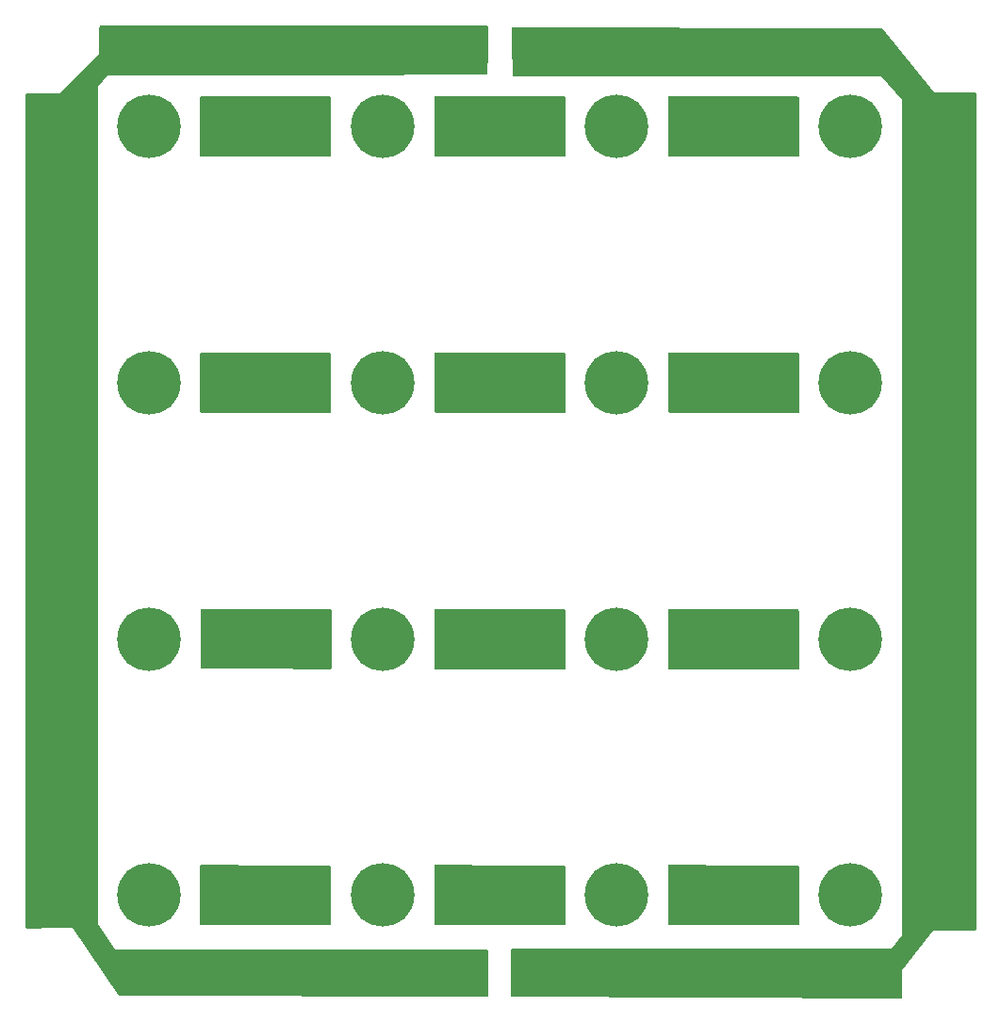
<source format=gbr>
%TF.GenerationSoftware,KiCad,Pcbnew,(6.0.2)*%
%TF.CreationDate,2022-02-24T13:51:07+07:00*%
%TF.ProjectId,LED_9x9,4c45445f-3978-4392-9e6b-696361645f70,rev?*%
%TF.SameCoordinates,Original*%
%TF.FileFunction,Copper,L1,Top*%
%TF.FilePolarity,Positive*%
%FSLAX46Y46*%
G04 Gerber Fmt 4.6, Leading zero omitted, Abs format (unit mm)*
G04 Created by KiCad (PCBNEW (6.0.2)) date 2022-02-24 13:51:07*
%MOMM*%
%LPD*%
G01*
G04 APERTURE LIST*
%TA.AperFunction,SMDPad,CuDef*%
%ADD10R,3.500000X2.700000*%
%TD*%
%TA.AperFunction,SMDPad,CuDef*%
%ADD11C,5.700000*%
%TD*%
%TA.AperFunction,SMDPad,CuDef*%
%ADD12R,3.000000X3.000000*%
%TD*%
%TA.AperFunction,Conductor*%
%ADD13C,0.250000*%
%TD*%
G04 APERTURE END LIST*
D10*
%TO.P,D14,1*%
%TO.N,-*%
X122855100Y-51037800D03*
%TO.P,D14,2*%
%TO.N,Net-(D10-Pad1)*%
X110155100Y-53737800D03*
D11*
%TO.P,D14,3*%
%TO.N,N/C*%
X116505100Y-52387800D03*
%TD*%
D10*
%TO.P,D12,1*%
%TO.N,Net-(D12-Pad1)*%
X101855100Y-97037800D03*
%TO.P,D12,2*%
%TO.N,Net-(D12-Pad2)*%
X89155100Y-99737800D03*
D11*
%TO.P,D12,3*%
%TO.N,N/C*%
X95505100Y-98387800D03*
%TD*%
D10*
%TO.P,D11,1*%
%TO.N,Net-(D11-Pad1)*%
X101855100Y-74037800D03*
%TO.P,D11,2*%
%TO.N,Net-(D11-Pad2)*%
X89155100Y-76737800D03*
D11*
%TO.P,D11,3*%
%TO.N,N/C*%
X95505100Y-75387800D03*
%TD*%
D12*
%TO.P,J2,1*%
%TO.N,-*%
X87505100Y-105887800D03*
%TO.P,J2,2*%
%TO.N,+*%
X82505100Y-105887800D03*
%TD*%
D10*
%TO.P,D16,1*%
%TO.N,-*%
X122855100Y-97037800D03*
%TO.P,D16,2*%
%TO.N,Net-(D12-Pad1)*%
X110155100Y-99737800D03*
D11*
%TO.P,D16,3*%
%TO.N,N/C*%
X116505100Y-98387800D03*
%TD*%
D12*
%TO.P,J1,1*%
%TO.N,-*%
X87505100Y-21887800D03*
%TO.P,J1,2*%
%TO.N,+*%
X82505100Y-21887800D03*
%TD*%
D10*
%TO.P,D15,1*%
%TO.N,-*%
X122855100Y-74037800D03*
%TO.P,D15,2*%
%TO.N,Net-(D11-Pad1)*%
X110155100Y-76737800D03*
D11*
%TO.P,D15,3*%
%TO.N,N/C*%
X116505100Y-75387800D03*
%TD*%
D10*
%TO.P,D13,1*%
%TO.N,-*%
X122855100Y-28037800D03*
%TO.P,D13,2*%
%TO.N,Net-(D13-Pad2)*%
X110155100Y-30737800D03*
D11*
%TO.P,D13,3*%
%TO.N,N/C*%
X116505100Y-29387800D03*
%TD*%
D10*
%TO.P,D10,1*%
%TO.N,Net-(D10-Pad1)*%
X101855100Y-51037800D03*
%TO.P,D10,2*%
%TO.N,Net-(D10-Pad2)*%
X89155100Y-53737800D03*
D11*
%TO.P,D10,3*%
%TO.N,N/C*%
X95505100Y-52387800D03*
%TD*%
D10*
%TO.P,D7,1*%
%TO.N,Net-(D11-Pad2)*%
X80855100Y-74037800D03*
%TO.P,D7,2*%
%TO.N,Net-(D3-Pad1)*%
X68155100Y-76737800D03*
D11*
%TO.P,D7,3*%
%TO.N,N/C*%
X74505100Y-75387800D03*
%TD*%
D10*
%TO.P,D1,1*%
%TO.N,Net-(D1-Pad1)*%
X59855100Y-28037800D03*
%TO.P,D1,2*%
%TO.N,+*%
X47155100Y-30737800D03*
D11*
%TO.P,D1,3*%
%TO.N,N/C*%
X53505100Y-29387800D03*
%TD*%
D10*
%TO.P,D9,1*%
%TO.N,Net-(D13-Pad2)*%
X101855100Y-28037800D03*
%TO.P,D9,2*%
%TO.N,Net-(D5-Pad1)*%
X89155100Y-30737800D03*
D11*
%TO.P,D9,3*%
%TO.N,N/C*%
X95505100Y-29387800D03*
%TD*%
D10*
%TO.P,D6,1*%
%TO.N,Net-(D10-Pad2)*%
X80855100Y-51037800D03*
%TO.P,D6,2*%
%TO.N,Net-(D2-Pad1)*%
X68155100Y-53737800D03*
D11*
%TO.P,D6,3*%
%TO.N,N/C*%
X74505100Y-52387800D03*
%TD*%
D10*
%TO.P,D5,1*%
%TO.N,Net-(D5-Pad1)*%
X80855100Y-28037800D03*
%TO.P,D5,2*%
%TO.N,Net-(D1-Pad1)*%
X68155100Y-30737800D03*
D11*
%TO.P,D5,3*%
%TO.N,N/C*%
X74505100Y-29387800D03*
%TD*%
D10*
%TO.P,D4,1*%
%TO.N,Net-(D4-Pad1)*%
X59855100Y-97037800D03*
%TO.P,D4,2*%
%TO.N,+*%
X47155100Y-99737800D03*
D11*
%TO.P,D4,3*%
%TO.N,N/C*%
X53505100Y-98387800D03*
%TD*%
D10*
%TO.P,D2,1*%
%TO.N,Net-(D2-Pad1)*%
X59855100Y-51037800D03*
%TO.P,D2,2*%
%TO.N,+*%
X47155100Y-53737800D03*
D11*
%TO.P,D2,3*%
%TO.N,N/C*%
X53505100Y-52387800D03*
%TD*%
D10*
%TO.P,D8,1*%
%TO.N,Net-(D12-Pad2)*%
X80855100Y-97037800D03*
%TO.P,D8,2*%
%TO.N,Net-(D4-Pad1)*%
X68155100Y-99737800D03*
D11*
%TO.P,D8,3*%
%TO.N,N/C*%
X74505100Y-98387800D03*
%TD*%
D10*
%TO.P,D3,1*%
%TO.N,Net-(D3-Pad1)*%
X59855100Y-74037800D03*
%TO.P,D3,2*%
%TO.N,+*%
X47155100Y-76737800D03*
D11*
%TO.P,D3,3*%
%TO.N,N/C*%
X53505100Y-75387800D03*
%TD*%
D13*
%TO.N,Net-(D1-Pad1)*%
X59855100Y-28037800D02*
X65455100Y-28037800D01*
X65455100Y-28037800D02*
X68155100Y-30737800D01*
%TD*%
%TA.AperFunction,Conductor*%
%TO.N,Net-(D5-Pad1)*%
G36*
X90849314Y-26690002D02*
G01*
X90895807Y-26743658D01*
X90907192Y-26795404D01*
X90931403Y-31928206D01*
X90911722Y-31996420D01*
X90858286Y-32043165D01*
X90805404Y-32054800D01*
X79272400Y-32054800D01*
X79204279Y-32034798D01*
X79157786Y-31981142D01*
X79146400Y-31928800D01*
X79146400Y-26796000D01*
X79166402Y-26727879D01*
X79220058Y-26681386D01*
X79272400Y-26670000D01*
X90781193Y-26670000D01*
X90849314Y-26690002D01*
G37*
%TD.AperFunction*%
%TD*%
%TA.AperFunction,Conductor*%
%TO.N,Net-(D12-Pad2)*%
G36*
X90831572Y-95725129D02*
G01*
X90878065Y-95778785D01*
X90889450Y-95830531D01*
X90913661Y-100963333D01*
X90893980Y-101031547D01*
X90840544Y-101078292D01*
X90787662Y-101089927D01*
X79254658Y-101089927D01*
X79186537Y-101069925D01*
X79140044Y-101016269D01*
X79128658Y-100963927D01*
X79128658Y-95831127D01*
X79148660Y-95763006D01*
X79202316Y-95716513D01*
X79254658Y-95705127D01*
X90763451Y-95705127D01*
X90831572Y-95725129D01*
G37*
%TD.AperFunction*%
%TD*%
%TA.AperFunction,Conductor*%
%TO.N,Net-(D3-Pad1)*%
G36*
X69818114Y-72714802D02*
G01*
X69864607Y-72768458D01*
X69875992Y-72820204D01*
X69900203Y-77953006D01*
X69880522Y-78021220D01*
X69827086Y-78067965D01*
X69774204Y-78079600D01*
X58241200Y-78079600D01*
X58173079Y-78059598D01*
X58126586Y-78005942D01*
X58115200Y-77953600D01*
X58115200Y-72820800D01*
X58135202Y-72752679D01*
X58188858Y-72706186D01*
X58241200Y-72694800D01*
X69749993Y-72694800D01*
X69818114Y-72714802D01*
G37*
%TD.AperFunction*%
%TD*%
%TA.AperFunction,Conductor*%
%TO.N,-*%
G36*
X116339575Y-20520612D02*
G01*
X119279287Y-20522861D01*
X119347393Y-20542915D01*
X119377257Y-20569747D01*
X124000000Y-26300000D01*
X127673954Y-26300000D01*
X127742075Y-26320002D01*
X127788568Y-26373658D01*
X127799954Y-26426044D01*
X127785593Y-65394892D01*
X127772316Y-101422953D01*
X127752289Y-101491067D01*
X127698616Y-101537540D01*
X127646316Y-101548907D01*
X123900000Y-101548907D01*
X123893470Y-101557252D01*
X123893469Y-101557253D01*
X122608038Y-103200000D01*
X121117470Y-105104907D01*
X121117470Y-107518386D01*
X121097468Y-107586507D01*
X121043812Y-107633000D01*
X120990950Y-107644385D01*
X86125479Y-107500518D01*
X86057442Y-107480235D01*
X86011171Y-107426388D01*
X86000000Y-107374519D01*
X86000000Y-103326000D01*
X86020002Y-103257879D01*
X86073658Y-103211386D01*
X86126000Y-103200000D01*
X120200000Y-103200000D01*
X121100000Y-102000000D01*
X121100000Y-27000000D01*
X119300000Y-24900000D01*
X86267670Y-24900000D01*
X86199549Y-24879998D01*
X86153056Y-24826342D01*
X86141670Y-24774000D01*
X86141670Y-20623603D01*
X86161672Y-20555482D01*
X86215328Y-20508989D01*
X86267764Y-20497603D01*
X116339575Y-20520612D01*
G37*
%TD.AperFunction*%
%TD*%
%TA.AperFunction,Conductor*%
%TO.N,+*%
G36*
X83939212Y-20340002D02*
G01*
X83985705Y-20393658D01*
X83997058Y-20448874D01*
X83942009Y-22860000D01*
X83902803Y-24577237D01*
X83881251Y-24644883D01*
X83826549Y-24690139D01*
X83777206Y-24700360D01*
X68974526Y-24743770D01*
X49800000Y-24800000D01*
X49793413Y-24807279D01*
X49793412Y-24807279D01*
X48907156Y-25786567D01*
X48907155Y-25786569D01*
X48895000Y-25800000D01*
X48895000Y-101000000D01*
X50400000Y-103300000D01*
X83871800Y-103300000D01*
X83939921Y-103320002D01*
X83986414Y-103373658D01*
X83997800Y-103426000D01*
X83997800Y-107341304D01*
X83977798Y-107409425D01*
X83924142Y-107455918D01*
X83871706Y-107467304D01*
X50866446Y-107442051D01*
X50798341Y-107421997D01*
X50762512Y-107387139D01*
X46644621Y-101360957D01*
X46644620Y-101360956D01*
X46634400Y-101346000D01*
X45129836Y-101355009D01*
X42519311Y-101370641D01*
X42451072Y-101351047D01*
X42404259Y-101297671D01*
X42392557Y-101244686D01*
X42367243Y-26542043D01*
X42387222Y-26473915D01*
X42440862Y-26427404D01*
X42493243Y-26416000D01*
X45466000Y-26416000D01*
X49022000Y-22860000D01*
X49022000Y-20446000D01*
X49042002Y-20377879D01*
X49095658Y-20331386D01*
X49148000Y-20320000D01*
X83871091Y-20320000D01*
X83939212Y-20340002D01*
G37*
%TD.AperFunction*%
%TD*%
%TA.AperFunction,Conductor*%
%TO.N,Net-(D13-Pad2)*%
G36*
X111829202Y-26690002D02*
G01*
X111875695Y-26743658D01*
X111887080Y-26795404D01*
X111911291Y-31928206D01*
X111891610Y-31996420D01*
X111838174Y-32043165D01*
X111785292Y-32054800D01*
X100252288Y-32054800D01*
X100184167Y-32034798D01*
X100137674Y-31981142D01*
X100126288Y-31928800D01*
X100126288Y-26796000D01*
X100146290Y-26727879D01*
X100199946Y-26681386D01*
X100252288Y-26670000D01*
X111761081Y-26670000D01*
X111829202Y-26690002D01*
G37*
%TD.AperFunction*%
%TD*%
%TA.AperFunction,Conductor*%
%TO.N,Net-(D2-Pad1)*%
G36*
X69759656Y-49704475D02*
G01*
X69806149Y-49758131D01*
X69817534Y-49809877D01*
X69841745Y-54942679D01*
X69822064Y-55010893D01*
X69768628Y-55057638D01*
X69715746Y-55069273D01*
X58182742Y-55069273D01*
X58114621Y-55049271D01*
X58068128Y-54995615D01*
X58056742Y-54943273D01*
X58056742Y-49810473D01*
X58076744Y-49742352D01*
X58130400Y-49695859D01*
X58182742Y-49684473D01*
X69691535Y-49684473D01*
X69759656Y-49704475D01*
G37*
%TD.AperFunction*%
%TD*%
%TA.AperFunction,Conductor*%
%TO.N,Net-(D10-Pad2)*%
G36*
X90849314Y-49702402D02*
G01*
X90895807Y-49756058D01*
X90907192Y-49807804D01*
X90931403Y-54940606D01*
X90911722Y-55008820D01*
X90858286Y-55055565D01*
X90805404Y-55067200D01*
X79272400Y-55067200D01*
X79204279Y-55047198D01*
X79157786Y-54993542D01*
X79146400Y-54941200D01*
X79146400Y-49808400D01*
X79166402Y-49740279D01*
X79220058Y-49693786D01*
X79272400Y-49682400D01*
X90781193Y-49682400D01*
X90849314Y-49702402D01*
G37*
%TD.AperFunction*%
%TD*%
%TA.AperFunction,Conductor*%
%TO.N,Net-(D11-Pad1)*%
G36*
X111804314Y-72740202D02*
G01*
X111850807Y-72793858D01*
X111862192Y-72845604D01*
X111886403Y-77978406D01*
X111866722Y-78046620D01*
X111813286Y-78093365D01*
X111760404Y-78105000D01*
X100227400Y-78105000D01*
X100159279Y-78084998D01*
X100112786Y-78031342D01*
X100101400Y-77979000D01*
X100101400Y-72846200D01*
X100121402Y-72778079D01*
X100175058Y-72731586D01*
X100227400Y-72720200D01*
X111736193Y-72720200D01*
X111804314Y-72740202D01*
G37*
%TD.AperFunction*%
%TD*%
%TA.AperFunction,Conductor*%
%TO.N,Net-(D4-Pad1)*%
G36*
X69741914Y-95727202D02*
G01*
X69788407Y-95780858D01*
X69799792Y-95832604D01*
X69824003Y-100965406D01*
X69804322Y-101033620D01*
X69750886Y-101080365D01*
X69698004Y-101092000D01*
X58165000Y-101092000D01*
X58096879Y-101071998D01*
X58050386Y-101018342D01*
X58039000Y-100966000D01*
X58039000Y-95833200D01*
X58059002Y-95765079D01*
X58112658Y-95718586D01*
X58165000Y-95707200D01*
X69673793Y-95707200D01*
X69741914Y-95727202D01*
G37*
%TD.AperFunction*%
%TD*%
%TA.AperFunction,Conductor*%
%TO.N,Net-(D1-Pad1)*%
G36*
X69759656Y-26692075D02*
G01*
X69806149Y-26745731D01*
X69817534Y-26797477D01*
X69841745Y-31930279D01*
X69822064Y-31998493D01*
X69768628Y-32045238D01*
X69715746Y-32056873D01*
X58182742Y-32056873D01*
X58114621Y-32036871D01*
X58068128Y-31983215D01*
X58056742Y-31930873D01*
X58056742Y-26798073D01*
X58076744Y-26729952D01*
X58130400Y-26683459D01*
X58182742Y-26672073D01*
X69691535Y-26672073D01*
X69759656Y-26692075D01*
G37*
%TD.AperFunction*%
%TD*%
%TA.AperFunction,Conductor*%
%TO.N,Net-(D11-Pad2)*%
G36*
X90849314Y-72740202D02*
G01*
X90895807Y-72793858D01*
X90907192Y-72845604D01*
X90931403Y-77978406D01*
X90911722Y-78046620D01*
X90858286Y-78093365D01*
X90805404Y-78105000D01*
X79272400Y-78105000D01*
X79204279Y-78084998D01*
X79157786Y-78031342D01*
X79146400Y-77979000D01*
X79146400Y-72846200D01*
X79166402Y-72778079D01*
X79220058Y-72731586D01*
X79272400Y-72720200D01*
X90781193Y-72720200D01*
X90849314Y-72740202D01*
G37*
%TD.AperFunction*%
%TD*%
%TA.AperFunction,Conductor*%
%TO.N,Net-(D12-Pad1)*%
G36*
X111811460Y-95725129D02*
G01*
X111857953Y-95778785D01*
X111869338Y-95830531D01*
X111893549Y-100963333D01*
X111873868Y-101031547D01*
X111820432Y-101078292D01*
X111767550Y-101089927D01*
X100234546Y-101089927D01*
X100166425Y-101069925D01*
X100119932Y-101016269D01*
X100108546Y-100963927D01*
X100108546Y-95831127D01*
X100128548Y-95763006D01*
X100182204Y-95716513D01*
X100234546Y-95705127D01*
X111743339Y-95705127D01*
X111811460Y-95725129D01*
G37*
%TD.AperFunction*%
%TD*%
%TA.AperFunction,Conductor*%
%TO.N,Net-(D10-Pad1)*%
G36*
X111829202Y-49702402D02*
G01*
X111875695Y-49756058D01*
X111887080Y-49807804D01*
X111911291Y-54940606D01*
X111891610Y-55008820D01*
X111838174Y-55055565D01*
X111785292Y-55067200D01*
X100252288Y-55067200D01*
X100184167Y-55047198D01*
X100137674Y-54993542D01*
X100126288Y-54941200D01*
X100126288Y-49808400D01*
X100146290Y-49740279D01*
X100199946Y-49693786D01*
X100252288Y-49682400D01*
X111761081Y-49682400D01*
X111829202Y-49702402D01*
G37*
%TD.AperFunction*%
%TD*%
M02*

</source>
